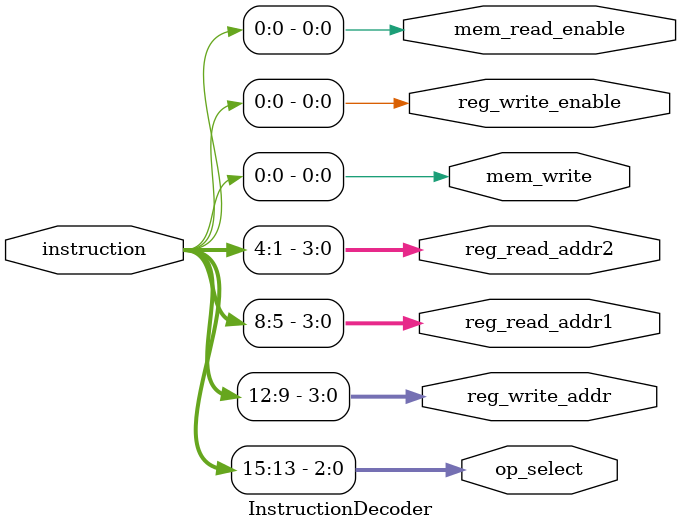
<source format=v>
module InstructionDecoder (
    input [15:0] instruction,
    output reg [2:0] op_select,
    output reg [3:0] reg_write_addr,
    output reg [3:0] reg_read_addr1,
    output reg [3:0] reg_read_addr2,
    output reg mem_write,
    output reg reg_write_enable,
    output reg mem_read_enable
);
    always @(*) begin
        op_select = instruction[15:13]; // Operation code
        reg_write_addr = instruction[12:9];
        reg_read_addr1 = instruction[8:5];
        reg_read_addr2 = instruction[4:1];
        mem_write = instruction[0]; // Write enable bit
        reg_write_enable = instruction[0]; // Example; this might vary
        mem_read_enable = instruction[0]; // Example; this might vary
    end
endmodule

</source>
